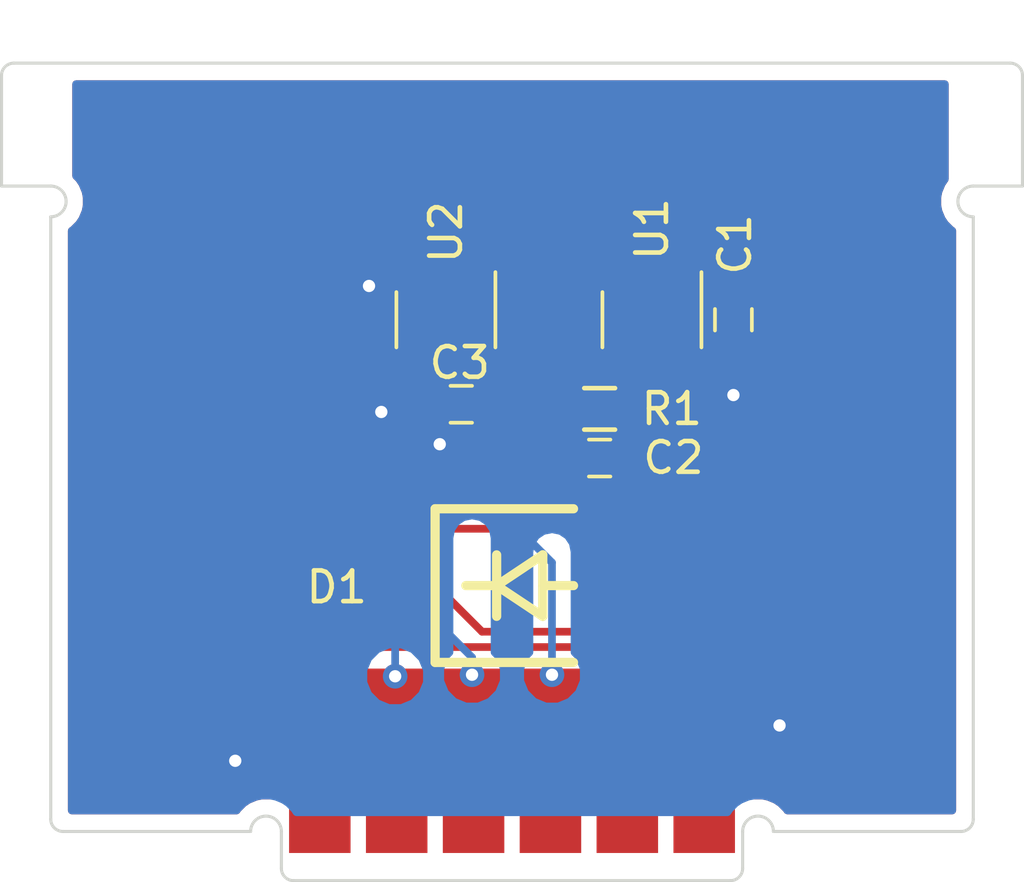
<source format=kicad_pcb>
(kicad_pcb (version 20170123) (host pcbnew "(2017-09-07 revision 3b08636)-master")

  (general
    (thickness 1.6)
    (drawings 26)
    (tracks 93)
    (zones 0)
    (modules 8)
    (nets 9)
  )

  (page A4)
  (layers
    (0 F.Cu signal)
    (31 B.Cu signal)
    (32 B.Adhes user)
    (33 F.Adhes user)
    (34 B.Paste user)
    (35 F.Paste user)
    (36 B.SilkS user)
    (37 F.SilkS user)
    (38 B.Mask user)
    (39 F.Mask user)
    (40 Dwgs.User user)
    (41 Cmts.User user)
    (42 Eco1.User user hide)
    (43 Eco2.User user)
    (44 Edge.Cuts user)
    (45 Margin user)
    (46 B.CrtYd user)
    (47 F.CrtYd user)
    (48 B.Fab user)
    (49 F.Fab user hide)
  )

  (setup
    (last_trace_width 0.25)
    (trace_clearance 0.2)
    (zone_clearance 0.508)
    (zone_45_only no)
    (trace_min 0.2)
    (segment_width 0.2)
    (edge_width 0.2)
    (via_size 0.8)
    (via_drill 0.4)
    (via_min_size 0.4)
    (via_min_drill 0.3)
    (uvia_size 0.3)
    (uvia_drill 0.1)
    (uvias_allowed no)
    (uvia_min_size 0.2)
    (uvia_min_drill 0.1)
    (pcb_text_width 0.3)
    (pcb_text_size 1.5 1.5)
    (mod_edge_width 0.15)
    (mod_text_size 1 1)
    (mod_text_width 0.15)
    (pad_size 1.524 1.524)
    (pad_drill 0.762)
    (pad_to_mask_clearance 0.2)
    (aux_axis_origin 143.4 67)
    (visible_elements FFFFEF7F)
    (pcbplotparams
      (layerselection 0x010f0_ffffffff)
      (usegerberextensions true)
      (usegerberattributes true)
      (usegerberadvancedattributes true)
      (creategerberjobfile true)
      (excludeedgelayer true)
      (linewidth 0.100000)
      (plotframeref false)
      (viasonmask false)
      (mode 1)
      (useauxorigin true)
      (hpglpennumber 1)
      (hpglpenspeed 20)
      (hpglpendiameter 15)
      (psnegative false)
      (psa4output false)
      (plotreference true)
      (plotvalue true)
      (plotinvisibletext false)
      (padsonsilk false)
      (subtractmaskfromsilk false)
      (outputformat 1)
      (mirror false)
      (drillshape 0)
      (scaleselection 1)
      (outputdirectory DI-Lambda-UNO-panel-Photodiode-v1.2-gerbers-2017nov27-2))
  )

  (net 0 "")
  (net 1 /VCC)
  (net 2 GND)
  (net 3 /SCL)
  (net 4 /SDA)
  (net 5 "Net-(J1-Pad5)")
  (net 6 "Net-(J1-Pad6)")
  (net 7 "Net-(C2-Pad1)")
  (net 8 "Net-(C2-Pad2)")

  (net_class Default "This is the default net class."
    (clearance 0.2)
    (trace_width 0.25)
    (via_dia 0.8)
    (via_drill 0.4)
    (uvia_dia 0.3)
    (uvia_drill 0.1)
    (add_net /SCL)
    (add_net /SDA)
    (add_net /VCC)
    (add_net GND)
    (add_net "Net-(C2-Pad1)")
    (add_net "Net-(C2-Pad2)")
    (add_net "Net-(J1-Pad5)")
    (add_net "Net-(J1-Pad6)")
  )

  (module Capacitors_SMD:C_0603 (layer F.Cu) (tedit 5415D631) (tstamp 5A3A6E67)
    (at 167.2 75.35 90)
    (descr "Capacitor SMD 0603, reflow soldering, AVX (see smccp.pdf)")
    (tags "capacitor 0603")
    (path /59A87334)
    (attr smd)
    (fp_text reference C1 (at 2.45 0.05 90) (layer F.SilkS)
      (effects (font (size 1 1) (thickness 0.15)))
    )
    (fp_text value "0.1uF 25v" (at 0 1.9 90) (layer F.Fab)
      (effects (font (size 1 1) (thickness 0.15)))
    )
    (fp_line (start 0.35 0.6) (end -0.35 0.6) (layer F.SilkS) (width 0.12))
    (fp_line (start -0.35 -0.6) (end 0.35 -0.6) (layer F.SilkS) (width 0.12))
    (fp_line (start 1.45 -0.75) (end 1.45 0.75) (layer F.CrtYd) (width 0.05))
    (fp_line (start -1.45 -0.75) (end -1.45 0.75) (layer F.CrtYd) (width 0.05))
    (fp_line (start -1.45 0.75) (end 1.45 0.75) (layer F.CrtYd) (width 0.05))
    (fp_line (start -1.45 -0.75) (end 1.45 -0.75) (layer F.CrtYd) (width 0.05))
    (fp_line (start -0.8 -0.4) (end 0.8 -0.4) (layer F.Fab) (width 0.1))
    (fp_line (start 0.8 -0.4) (end 0.8 0.4) (layer F.Fab) (width 0.1))
    (fp_line (start 0.8 0.4) (end -0.8 0.4) (layer F.Fab) (width 0.1))
    (fp_line (start -0.8 0.4) (end -0.8 -0.4) (layer F.Fab) (width 0.1))
    (pad 2 smd rect (at 0.75 0 90) (size 0.8 0.75) (layers F.Cu F.Paste F.Mask)
      (net 2 GND))
    (pad 1 smd rect (at -0.75 0 90) (size 0.8 0.75) (layers F.Cu F.Paste F.Mask)
      (net 1 /VCC))
    (model Capacitors_SMD.3dshapes/C_0603.wrl
      (at (xyz 0 0 0))
      (scale (xyz 1 1 1))
      (rotate (xyz 0 0 0))
    )
  )

  (module TO_SOT_Packages_SMD:SOT-23-5 (layer F.Cu) (tedit 5883B1A6) (tstamp 5A3221F5)
    (at 164.55 75.35 270)
    (descr "5-pin SOT23 package")
    (tags SOT-23-5)
    (path /5A1B3CB0)
    (attr smd)
    (fp_text reference U1 (at -2.95 0 270) (layer F.SilkS)
      (effects (font (size 1 1) (thickness 0.15)))
    )
    (fp_text value TP1271 (at 0 2.9 270) (layer F.Fab)
      (effects (font (size 1 1) (thickness 0.15)))
    )
    (fp_line (start 0.9 -1.55) (end 0.9 1.55) (layer F.Fab) (width 0.1))
    (fp_line (start 0.9 1.55) (end -0.9 1.55) (layer F.Fab) (width 0.1))
    (fp_line (start -0.9 -0.9) (end -0.9 1.55) (layer F.Fab) (width 0.1))
    (fp_line (start 0.9 -1.55) (end -0.25 -1.55) (layer F.Fab) (width 0.1))
    (fp_line (start -0.9 -0.9) (end -0.25 -1.55) (layer F.Fab) (width 0.1))
    (fp_line (start -1.9 1.8) (end -1.9 -1.8) (layer F.CrtYd) (width 0.05))
    (fp_line (start 1.9 1.8) (end -1.9 1.8) (layer F.CrtYd) (width 0.05))
    (fp_line (start 1.9 -1.8) (end 1.9 1.8) (layer F.CrtYd) (width 0.05))
    (fp_line (start -1.9 -1.8) (end 1.9 -1.8) (layer F.CrtYd) (width 0.05))
    (fp_line (start 0.9 -1.61) (end -1.55 -1.61) (layer F.SilkS) (width 0.12))
    (fp_line (start -0.9 1.61) (end 0.9 1.61) (layer F.SilkS) (width 0.12))
    (pad 5 smd rect (at 1.1 -0.95 270) (size 1.06 0.65) (layers F.Cu F.Paste F.Mask)
      (net 1 /VCC))
    (pad 4 smd rect (at 1.1 0.95 270) (size 1.06 0.65) (layers F.Cu F.Paste F.Mask)
      (net 8 "Net-(C2-Pad2)"))
    (pad 3 smd rect (at -1.1 0.95 270) (size 1.06 0.65) (layers F.Cu F.Paste F.Mask)
      (net 2 GND))
    (pad 2 smd rect (at -1.1 0 270) (size 1.06 0.65) (layers F.Cu F.Paste F.Mask)
      (net 2 GND))
    (pad 1 smd rect (at -1.1 -0.95 270) (size 1.06 0.65) (layers F.Cu F.Paste F.Mask)
      (net 7 "Net-(C2-Pad1)"))
    (model TO_SOT_Packages_SMD.3dshapes/SOT-23-5.wrl
      (at (xyz 0 0 0))
      (scale (xyz 1 1 1))
      (rotate (xyz 0 0 0))
    )
  )

  (module 2-SMD-Everlight-Photodiode:2-SMD-Everlight-Photodiode (layer F.Cu) (tedit 5A1B3976) (tstamp 5A3A6E9A)
    (at 160 84 180)
    (path /5A1B324B)
    (fp_text reference D1 (at 5.7 -0.05 180) (layer F.SilkS)
      (effects (font (size 1 1) (thickness 0.15)))
    )
    (fp_text value D_Photo (at 0 4.5 180) (layer F.Fab)
      (effects (font (size 1 1) (thickness 0.15)))
    )
    (fp_line (start -4.5 3) (end -4.5 -3) (layer F.CrtYd) (width 0.1))
    (fp_line (start 4.5 3) (end -4.5 3) (layer F.CrtYd) (width 0.1))
    (fp_line (start 4.5 -3) (end 4.5 3) (layer F.CrtYd) (width 0.1))
    (fp_line (start -4.5 -3) (end 4.5 -3) (layer F.CrtYd) (width 0.1))
    (fp_line (start 0.5 0) (end 1.5 0) (layer F.SilkS) (width 0.3))
    (fp_line (start -2 0) (end -1 0) (layer F.SilkS) (width 0.3))
    (fp_line (start 0.5 -1) (end 0.5 1) (layer F.SilkS) (width 0.3))
    (fp_line (start 0.5 0) (end -1 -1) (layer F.SilkS) (width 0.3))
    (fp_line (start -1 1) (end 0.5 0) (layer F.SilkS) (width 0.3))
    (fp_line (start -1 -1) (end -1 1) (layer F.SilkS) (width 0.3))
    (fp_line (start 2.5 2.5) (end -2 2.5) (layer F.SilkS) (width 0.3))
    (fp_line (start 2.5 -2.5) (end 2.5 2.5) (layer F.SilkS) (width 0.3))
    (fp_line (start -2 -2.5) (end 2.5 -2.5) (layer F.SilkS) (width 0.3))
    (pad 1 smd rect (at -3.6 0 180) (size 1.75 1.8) (layers F.Cu F.Paste F.Mask)
      (net 8 "Net-(C2-Pad2)"))
    (pad 2 smd rect (at 3.6 0 180) (size 1.75 1.8) (layers F.Cu F.Paste F.Mask)
      (net 2 GND))
  )

  (module Capacitors_SMD:C_0603 (layer F.Cu) (tedit 5415D631) (tstamp 5A3A6E87)
    (at 158.35 78.1)
    (descr "Capacitor SMD 0603, reflow soldering, AVX (see smccp.pdf)")
    (tags "capacitor 0603")
    (path /5A1B5D5F)
    (attr smd)
    (fp_text reference C3 (at -0.05 -1.35) (layer F.SilkS)
      (effects (font (size 1 1) (thickness 0.15)))
    )
    (fp_text value "0.1uF 25v" (at 0 1.9) (layer F.Fab)
      (effects (font (size 1 1) (thickness 0.15)))
    )
    (fp_line (start 0.35 0.6) (end -0.35 0.6) (layer F.SilkS) (width 0.12))
    (fp_line (start -0.35 -0.6) (end 0.35 -0.6) (layer F.SilkS) (width 0.12))
    (fp_line (start 1.45 -0.75) (end 1.45 0.75) (layer F.CrtYd) (width 0.05))
    (fp_line (start -1.45 -0.75) (end -1.45 0.75) (layer F.CrtYd) (width 0.05))
    (fp_line (start -1.45 0.75) (end 1.45 0.75) (layer F.CrtYd) (width 0.05))
    (fp_line (start -1.45 -0.75) (end 1.45 -0.75) (layer F.CrtYd) (width 0.05))
    (fp_line (start -0.8 -0.4) (end 0.8 -0.4) (layer F.Fab) (width 0.1))
    (fp_line (start 0.8 -0.4) (end 0.8 0.4) (layer F.Fab) (width 0.1))
    (fp_line (start 0.8 0.4) (end -0.8 0.4) (layer F.Fab) (width 0.1))
    (fp_line (start -0.8 0.4) (end -0.8 -0.4) (layer F.Fab) (width 0.1))
    (pad 2 smd rect (at 0.75 0) (size 0.8 0.75) (layers F.Cu F.Paste F.Mask)
      (net 2 GND))
    (pad 1 smd rect (at -0.75 0) (size 0.8 0.75) (layers F.Cu F.Paste F.Mask)
      (net 1 /VCC))
    (model Capacitors_SMD.3dshapes/C_0603.wrl
      (at (xyz 0 0 0))
      (scale (xyz 1 1 1))
      (rotate (xyz 0 0 0))
    )
  )

  (module Capacitors_SMD:C_0603 (layer F.Cu) (tedit 5415D631) (tstamp 5A3A6E77)
    (at 162.85 79.85)
    (descr "Capacitor SMD 0603, reflow soldering, AVX (see smccp.pdf)")
    (tags "capacitor 0603")
    (path /5A1B47F0)
    (attr smd)
    (fp_text reference C2 (at 2.4 -0.010055) (layer F.SilkS)
      (effects (font (size 1 1) (thickness 0.15)))
    )
    (fp_text value 10pf (at 0 1.9) (layer F.Fab)
      (effects (font (size 1 1) (thickness 0.15)))
    )
    (fp_line (start -0.8 0.4) (end -0.8 -0.4) (layer F.Fab) (width 0.1))
    (fp_line (start 0.8 0.4) (end -0.8 0.4) (layer F.Fab) (width 0.1))
    (fp_line (start 0.8 -0.4) (end 0.8 0.4) (layer F.Fab) (width 0.1))
    (fp_line (start -0.8 -0.4) (end 0.8 -0.4) (layer F.Fab) (width 0.1))
    (fp_line (start -1.45 -0.75) (end 1.45 -0.75) (layer F.CrtYd) (width 0.05))
    (fp_line (start -1.45 0.75) (end 1.45 0.75) (layer F.CrtYd) (width 0.05))
    (fp_line (start -1.45 -0.75) (end -1.45 0.75) (layer F.CrtYd) (width 0.05))
    (fp_line (start 1.45 -0.75) (end 1.45 0.75) (layer F.CrtYd) (width 0.05))
    (fp_line (start -0.35 -0.6) (end 0.35 -0.6) (layer F.SilkS) (width 0.12))
    (fp_line (start 0.35 0.6) (end -0.35 0.6) (layer F.SilkS) (width 0.12))
    (pad 1 smd rect (at -0.75 0) (size 0.8 0.75) (layers F.Cu F.Paste F.Mask)
      (net 7 "Net-(C2-Pad1)"))
    (pad 2 smd rect (at 0.75 0) (size 0.8 0.75) (layers F.Cu F.Paste F.Mask)
      (net 8 "Net-(C2-Pad2)"))
    (model Capacitors_SMD.3dshapes/C_0603.wrl
      (at (xyz 0 0 0))
      (scale (xyz 1 1 1))
      (rotate (xyz 0 0 0))
    )
  )

  (module Resistors_SMD:R_0603 (layer F.Cu) (tedit 58307A47) (tstamp 5A3A6E57)
    (at 162.85 78.25)
    (descr "Resistor SMD 0603, reflow soldering, Vishay (see dcrcw.pdf)")
    (tags "resistor 0603")
    (path /5A1B424F)
    (attr smd)
    (fp_text reference R1 (at 2.344593 0) (layer F.SilkS)
      (effects (font (size 1 1) (thickness 0.15)))
    )
    (fp_text value 1M (at 0 1.9) (layer F.Fab)
      (effects (font (size 1 1) (thickness 0.15)))
    )
    (fp_line (start -0.5 -0.675) (end 0.5 -0.675) (layer F.SilkS) (width 0.15))
    (fp_line (start 0.5 0.675) (end -0.5 0.675) (layer F.SilkS) (width 0.15))
    (fp_line (start 1.3 -0.8) (end 1.3 0.8) (layer F.CrtYd) (width 0.05))
    (fp_line (start -1.3 -0.8) (end -1.3 0.8) (layer F.CrtYd) (width 0.05))
    (fp_line (start -1.3 0.8) (end 1.3 0.8) (layer F.CrtYd) (width 0.05))
    (fp_line (start -1.3 -0.8) (end 1.3 -0.8) (layer F.CrtYd) (width 0.05))
    (fp_line (start -0.8 -0.4) (end 0.8 -0.4) (layer F.Fab) (width 0.1))
    (fp_line (start 0.8 -0.4) (end 0.8 0.4) (layer F.Fab) (width 0.1))
    (fp_line (start 0.8 0.4) (end -0.8 0.4) (layer F.Fab) (width 0.1))
    (fp_line (start -0.8 0.4) (end -0.8 -0.4) (layer F.Fab) (width 0.1))
    (pad 2 smd rect (at 0.75 0) (size 0.5 0.9) (layers F.Cu F.Paste F.Mask)
      (net 8 "Net-(C2-Pad2)"))
    (pad 1 smd rect (at -0.75 0) (size 0.5 0.9) (layers F.Cu F.Paste F.Mask)
      (net 7 "Net-(C2-Pad1)"))
    (model Resistors_SMD.3dshapes/R_0603.wrl
      (at (xyz 0 0 0))
      (scale (xyz 1 1 1))
      (rotate (xyz 0 0 0))
    )
  )

  (module TO_SOT_Packages_SMD:SOT-23-6 (layer F.Cu) (tedit 583F3A97) (tstamp 5A3A6E21)
    (at 157.85 75.35 270)
    (descr "6-pin SOT-23 package")
    (tags SOT-23-6)
    (path /5A1B0D56)
    (attr smd)
    (fp_text reference U2 (at -2.85 0 270) (layer F.SilkS)
      (effects (font (size 1 1) (thickness 0.15)))
    )
    (fp_text value MCP3421A0T-E/CH (at 0 2.9 270) (layer F.Fab)
      (effects (font (size 1 1) (thickness 0.15)))
    )
    (fp_line (start 0.9 -1.55) (end 0.9 1.55) (layer F.Fab) (width 0.1))
    (fp_line (start 0.9 1.55) (end -0.9 1.55) (layer F.Fab) (width 0.1))
    (fp_line (start -0.9 -0.9) (end -0.9 1.55) (layer F.Fab) (width 0.1))
    (fp_line (start 0.9 -1.55) (end -0.25 -1.55) (layer F.Fab) (width 0.1))
    (fp_line (start -0.9 -0.9) (end -0.25 -1.55) (layer F.Fab) (width 0.1))
    (fp_line (start -1.9 -1.8) (end -1.9 1.8) (layer F.CrtYd) (width 0.05))
    (fp_line (start -1.9 1.8) (end 1.9 1.8) (layer F.CrtYd) (width 0.05))
    (fp_line (start 1.9 1.8) (end 1.9 -1.8) (layer F.CrtYd) (width 0.05))
    (fp_line (start 1.9 -1.8) (end -1.9 -1.8) (layer F.CrtYd) (width 0.05))
    (fp_line (start 0.9 -1.61) (end -1.55 -1.61) (layer F.SilkS) (width 0.12))
    (fp_line (start -0.9 1.61) (end 0.9 1.61) (layer F.SilkS) (width 0.12))
    (pad 5 smd rect (at 1.1 0 270) (size 1.06 0.65) (layers F.Cu F.Paste F.Mask)
      (net 1 /VCC))
    (pad 6 smd rect (at 1.1 -0.95 270) (size 1.06 0.65) (layers F.Cu F.Paste F.Mask)
      (net 2 GND))
    (pad 4 smd rect (at 1.1 0.95 270) (size 1.06 0.65) (layers F.Cu F.Paste F.Mask)
      (net 4 /SDA))
    (pad 3 smd rect (at -1.1 0.95 270) (size 1.06 0.65) (layers F.Cu F.Paste F.Mask)
      (net 3 /SCL))
    (pad 2 smd rect (at -1.1 0 270) (size 1.06 0.65) (layers F.Cu F.Paste F.Mask)
      (net 2 GND))
    (pad 1 smd rect (at -1.1 -0.95 270) (size 1.06 0.65) (layers F.Cu F.Paste F.Mask)
      (net 7 "Net-(C2-Pad1)"))
    (model TO_SOT_Packages_SMD.3dshapes/SOT-23-6.wrl
      (at (xyz 0 0 0))
      (scale (xyz 1 1 1))
      (rotate (xyz 0 0 0))
    )
  )

  (module Spring-contact-connector-2:Contact-2.5x6 (layer F.Cu) (tedit 59ED5B97) (tstamp 59FD5CD9)
    (at 160 90.7)
    (path /59A86E68)
    (fp_text reference J1 (at -0.6 0.1) (layer F.SilkS) hide
      (effects (font (size 1 1) (thickness 0.15)))
    )
    (fp_text value Conn_01X06 (at 0 1.5) (layer F.Fab)
      (effects (font (size 1 1) (thickness 0.15)))
    )
    (pad 6 smd rect (at 6.25 -1) (size 2 6) (layers F.Cu F.Paste F.Mask)
      (net 6 "Net-(J1-Pad6)"))
    (pad 5 smd rect (at 3.75 -1) (size 2 6) (layers F.Cu F.Paste F.Mask)
      (net 5 "Net-(J1-Pad5)"))
    (pad 4 smd rect (at 1.25 -1) (size 2 6) (layers F.Cu F.Paste F.Mask)
      (net 1 /VCC))
    (pad 3 smd rect (at -1.25 -1) (size 2 6) (layers F.Cu F.Paste F.Mask)
      (net 3 /SCL))
    (pad 2 smd rect (at -3.75 -1) (size 2 6) (layers F.Cu F.Paste F.Mask)
      (net 4 /SDA))
    (pad 1 smd rect (at -6.25 -1) (size 2 6) (layers F.Cu F.Paste F.Mask)
      (net 2 GND))
  )

  (gr_text "DI-Lambda UNO v1.2" (at 159.45 66.35) (layer F.Mask)
    (effects (font (size 1.5 1.5) (thickness 0.3)))
  )
  (dimension 4 (width 0.3) (layer Eco1.User)
    (gr_text "4.000 mm" (at 168.75 90 90) (layer Eco1.User) (tstamp 5A322831)
      (effects (font (size 1.5 1.5) (thickness 0.3)))
    )
    (feature1 (pts (xy 151.7 88) (xy 170.1 88)))
    (feature2 (pts (xy 151.7 92) (xy 170.1 92)))
    (crossbar (pts (xy 167.4 92) (xy 167.4 88)))
    (arrow1a (pts (xy 167.4 88) (xy 167.986421 89.126504)))
    (arrow1b (pts (xy 167.4 88) (xy 166.813579 89.126504)))
    (arrow2a (pts (xy 167.4 92) (xy 167.986421 90.873496)))
    (arrow2b (pts (xy 167.4 92) (xy 166.813579 90.873496)))
  )
  (dimension 8 (width 0.3) (layer Eco1.User)
    (gr_text "8.000 mm" (at 166.05 88 90) (layer Eco1.User) (tstamp 5A322832)
      (effects (font (size 1.5 1.5) (thickness 0.3)))
    )
    (feature1 (pts (xy 151.7 84) (xy 167.4 84)))
    (feature2 (pts (xy 151.7 92) (xy 167.4 92)))
    (crossbar (pts (xy 164.7 92) (xy 164.7 84)))
    (arrow1a (pts (xy 164.7 84) (xy 165.286421 85.126504)))
    (arrow1b (pts (xy 164.7 84) (xy 164.113579 85.126504)))
    (arrow2a (pts (xy 164.7 92) (xy 165.286421 90.873496)))
    (arrow2b (pts (xy 164.7 92) (xy 164.113579 90.873496)))
  )
  (dimension 7.5 (width 0.3) (layer Eco1.User)
    (gr_text "7.500 mm" (at 156.25 77.55) (layer Eco1.User) (tstamp 5A322833)
      (effects (font (size 1.5 1.5) (thickness 0.3)))
    )
    (feature1 (pts (xy 160 92.1) (xy 160 76.2)))
    (feature2 (pts (xy 152.5 92.1) (xy 152.5 76.2)))
    (crossbar (pts (xy 152.5 78.9) (xy 160 78.9)))
    (arrow1a (pts (xy 160 78.9) (xy 158.873496 79.486421)))
    (arrow1b (pts (xy 160 78.9) (xy 158.873496 78.313579)))
    (arrow2a (pts (xy 152.5 78.9) (xy 153.626504 79.486421)))
    (arrow2b (pts (xy 152.5 78.9) (xy 153.626504 78.313579)))
  )
  (gr_arc (start 175 71.5) (end 175 72) (angle 180) (layer Edge.Cuts) (width 0.1) (tstamp 599B4199))
  (gr_arc (start 145 71.5) (end 145 71) (angle 180) (layer Edge.Cuts) (width 0.1) (tstamp 599B4195))
  (gr_arc (start 176.2 67.4) (end 176.2 67) (angle 90) (layer Edge.Cuts) (width 0.1) (tstamp 599B4161))
  (gr_arc (start 143.8 67.4) (end 143.4 67.4) (angle 90) (layer Edge.Cuts) (width 0.1) (tstamp 599B362C))
  (gr_arc (start 174.6 91.6) (end 175 91.6) (angle 90) (layer Edge.Cuts) (width 0.1) (tstamp 599B361A))
  (gr_arc (start 145.4 91.6) (end 145.4 92) (angle 90) (layer Edge.Cuts) (width 0.1) (tstamp 599B360F))
  (gr_arc (start 167.1 93.2) (end 167.5 93.2) (angle 90) (layer Edge.Cuts) (width 0.1) (tstamp 599B3600))
  (gr_arc (start 152.9 93.2) (end 152.9 93.6) (angle 90) (layer Edge.Cuts) (width 0.1) (tstamp 599B35F4))
  (gr_arc (start 168 92) (end 167.5 92) (angle 180) (layer Edge.Cuts) (width 0.1) (tstamp 599B35E7))
  (gr_arc (start 152 92) (end 151.5 92) (angle 180) (layer Edge.Cuts) (width 0.1) (tstamp 599B35D7))
  (gr_line (start 175 91.6) (end 175 72) (layer Edge.Cuts) (width 0.1))
  (gr_line (start 176.2 67) (end 143.8 67) (layer Edge.Cuts) (width 0.1))
  (gr_line (start 175 71) (end 176.6 71) (layer Edge.Cuts) (width 0.1))
  (gr_line (start 145 91.6) (end 145 72) (layer Edge.Cuts) (width 0.1))
  (gr_line (start 174.6 92) (end 168.5 92) (layer Edge.Cuts) (width 0.1))
  (gr_line (start 176.6 67.4) (end 176.6 71) (layer Edge.Cuts) (width 0.1))
  (gr_line (start 167.5 93.2) (end 167.5 92) (layer Edge.Cuts) (width 0.1))
  (gr_line (start 152.9 93.6) (end 167.1 93.6) (layer Edge.Cuts) (width 0.1))
  (gr_line (start 143.4 71) (end 143.4 67.4) (layer Edge.Cuts) (width 0.1))
  (gr_line (start 145 71) (end 143.4 71) (layer Edge.Cuts) (width 0.1))
  (gr_line (start 152.5 92) (end 152.5 93.2) (layer Edge.Cuts) (width 0.1))
  (gr_line (start 145.4 92) (end 151.5 92) (layer Edge.Cuts) (width 0.1))

  (segment (start 167.2 77.8) (end 167.2 76.1) (width 0.25) (layer F.Cu) (net 1))
  (segment (start 157.65 79.4) (end 165.6 79.4) (width 0.25) (layer B.Cu) (net 1))
  (segment (start 165.6 79.4) (end 167.2 77.8) (width 0.25) (layer B.Cu) (net 1))
  (via (at 167.2 77.8) (size 0.8) (drill 0.4) (layers F.Cu B.Cu) (net 1))
  (segment (start 157.65 79.4) (end 157.65 79.6) (width 0.25) (layer B.Cu) (net 1))
  (segment (start 157.65 79.6) (end 161.3 83.25) (width 0.25) (layer B.Cu) (net 1))
  (segment (start 161.3 83.25) (end 161.3 86.9) (width 0.25) (layer B.Cu) (net 1))
  (segment (start 157.65 79.4) (end 157.65 78.15) (width 0.25) (layer F.Cu) (net 1))
  (segment (start 157.65 78.15) (end 157.6 78.1) (width 0.25) (layer F.Cu) (net 1))
  (via (at 157.65 79.4) (size 0.8) (drill 0.4) (layers F.Cu B.Cu) (net 1))
  (segment (start 157.6 78.1) (end 157.6 77.5) (width 0.25) (layer F.Cu) (net 1))
  (segment (start 157.6 77.5) (end 157.85 77.25) (width 0.25) (layer F.Cu) (net 1))
  (segment (start 157.85 77.25) (end 157.85 76.45) (width 0.25) (layer F.Cu) (net 1))
  (segment (start 167.2 76.1) (end 165.85 76.1) (width 0.25) (layer F.Cu) (net 1))
  (segment (start 165.85 76.1) (end 165.5 76.45) (width 0.25) (layer F.Cu) (net 1))
  (via (at 161.3 86.9) (size 0.8) (drill 0.4) (layers F.Cu B.Cu) (net 1))
  (segment (start 158.8 76.45) (end 158.8 77.8) (width 0.25) (layer F.Cu) (net 2))
  (segment (start 158.8 77.8) (end 159.1 78.1) (width 0.25) (layer F.Cu) (net 2))
  (segment (start 158.8 76.45) (end 158.8 75.67) (width 0.25) (layer F.Cu) (net 2))
  (segment (start 158.8 75.67) (end 157.85 74.72) (width 0.25) (layer F.Cu) (net 2))
  (segment (start 157.85 74.72) (end 157.85 74.25) (width 0.25) (layer F.Cu) (net 2))
  (segment (start 163.6 74.25) (end 163.025 74.25) (width 0.25) (layer F.Cu) (net 2))
  (segment (start 163.025 74.25) (end 162.85 74.425) (width 0.25) (layer F.Cu) (net 2))
  (segment (start 162.85 80.95) (end 161.65 82.15) (width 0.25) (layer F.Cu) (net 2))
  (segment (start 155.4 86) (end 165 86) (width 0.25) (layer F.Cu) (net 2))
  (segment (start 165.75 85.25) (end 165.75 78.3) (width 0.25) (layer F.Cu) (net 2))
  (segment (start 162.85 74.425) (end 162.85 80.95) (width 0.2) (layer F.Cu) (net 2))
  (segment (start 161.65 82.15) (end 154.95 82.15) (width 0.25) (layer F.Cu) (net 2))
  (segment (start 154.95 82.15) (end 154.2 82.9) (width 0.25) (layer F.Cu) (net 2))
  (segment (start 154.2 84.8) (end 155.4 86) (width 0.25) (layer F.Cu) (net 2))
  (segment (start 154.2 82.9) (end 154.2 84.8) (width 0.25) (layer F.Cu) (net 2))
  (segment (start 165 86) (end 165.75 85.25) (width 0.25) (layer F.Cu) (net 2))
  (segment (start 165.75 78.3) (end 164.8 77.35) (width 0.25) (layer F.Cu) (net 2))
  (segment (start 164.8 77.35) (end 164.8 74.95) (width 0.25) (layer F.Cu) (net 2))
  (segment (start 164.25 75.4) (end 164.55 75.1) (width 0.25) (layer F.Cu) (net 2))
  (segment (start 164.55 75.1) (end 164.55 74.25) (width 0.25) (layer F.Cu) (net 2))
  (segment (start 156.4 84) (end 157.525 84) (width 0.25) (layer F.Cu) (net 2))
  (segment (start 157.525 84) (end 159.025 85.5) (width 0.25) (layer F.Cu) (net 2))
  (segment (start 165.15 78.8) (end 164.25 77.9) (width 0.25) (layer F.Cu) (net 2))
  (segment (start 159.025 85.5) (end 164.6 85.5) (width 0.25) (layer F.Cu) (net 2))
  (segment (start 164.6 85.5) (end 165.15 84.95) (width 0.25) (layer F.Cu) (net 2))
  (segment (start 165.15 84.95) (end 165.15 78.8) (width 0.25) (layer F.Cu) (net 2))
  (segment (start 164.25 77.9) (end 164.25 75.4) (width 0.25) (layer F.Cu) (net 2))
  (segment (start 164.55 74.7) (end 164.55 74.25) (width 0.25) (layer F.Cu) (net 2))
  (segment (start 164.55 74.25) (end 164.55 74.75) (width 0.25) (layer F.Cu) (net 2))
  (segment (start 164.55 74.75) (end 165.05 75.25) (width 0.25) (layer F.Cu) (net 2))
  (segment (start 165.05 75.25) (end 166.25 75.25) (width 0.25) (layer F.Cu) (net 2))
  (segment (start 166.25 75.25) (end 166.9 74.6) (width 0.25) (layer F.Cu) (net 2))
  (segment (start 166.9 74.6) (end 167.2 74.6) (width 0.25) (layer F.Cu) (net 2))
  (segment (start 163.6 74.25) (end 164.55 74.25) (width 0.25) (layer F.Cu) (net 2))
  (segment (start 166.849998 90.400002) (end 168.300001 88.949999) (width 0.2) (layer B.Cu) (net 2))
  (segment (start 151 89.7) (end 151.700002 90.400002) (width 0.2) (layer B.Cu) (net 2))
  (segment (start 168.300001 88.949999) (end 168.7 88.55) (width 0.2) (layer B.Cu) (net 2))
  (segment (start 151.700002 90.400002) (end 166.849998 90.400002) (width 0.2) (layer B.Cu) (net 2))
  (via (at 168.7 88.55) (size 0.8) (drill 0.4) (layers F.Cu B.Cu) (net 2))
  (segment (start 155.35 74.25) (end 156.9 74.25) (width 0.25) (layer F.Cu) (net 3))
  (segment (start 156.8 75.9) (end 155.35 74.45) (width 0.25) (layer B.Cu) (net 3))
  (segment (start 155.35 74.45) (end 155.35 74.25) (width 0.25) (layer B.Cu) (net 3))
  (via (at 155.35 74.25) (size 0.8) (drill 0.4) (layers F.Cu B.Cu) (net 3))
  (segment (start 156.8 84.434321) (end 156.8 75.9) (width 0.25) (layer B.Cu) (net 3))
  (segment (start 158.7 86.900006) (end 158.7 86.334321) (width 0.25) (layer B.Cu) (net 3))
  (segment (start 158.7 86.334321) (end 156.8 84.434321) (width 0.25) (layer B.Cu) (net 3))
  (segment (start 155.75 78.35) (end 155.75 77.025) (width 0.25) (layer F.Cu) (net 4))
  (segment (start 155.75 77.025) (end 156.325 76.45) (width 0.25) (layer F.Cu) (net 4))
  (segment (start 156.325 76.45) (end 156.9 76.45) (width 0.25) (layer F.Cu) (net 4))
  (segment (start 156.2 86.95) (end 156.2 78.8) (width 0.25) (layer B.Cu) (net 4))
  (via (at 155.75 78.35) (size 0.8) (drill 0.4) (layers F.Cu B.Cu) (net 4))
  (segment (start 156.2 78.8) (end 155.75 78.35) (width 0.25) (layer B.Cu) (net 4))
  (segment (start 165.2 72.55) (end 162.1 72.55) (width 0.25) (layer F.Cu) (net 7))
  (segment (start 162.1 72.55) (end 159.4 72.55) (width 0.25) (layer F.Cu) (net 7))
  (segment (start 162.1 78.25) (end 162.1 77.55) (width 0.25) (layer F.Cu) (net 7))
  (segment (start 162.1 77.55) (end 162.1 72.55) (width 0.25) (layer F.Cu) (net 7))
  (segment (start 165.5 74.25) (end 165.5 72.85) (width 0.25) (layer F.Cu) (net 7))
  (segment (start 165.5 72.85) (end 165.2 72.55) (width 0.25) (layer F.Cu) (net 7))
  (segment (start 159.4 72.55) (end 158.8 73.15) (width 0.25) (layer F.Cu) (net 7))
  (segment (start 158.8 73.15) (end 158.8 74.25) (width 0.25) (layer F.Cu) (net 7))
  (segment (start 162.1 79.85) (end 162.1 78.25) (width 0.25) (layer F.Cu) (net 7))
  (segment (start 163.6 76.45) (end 163.6 78.25) (width 0.25) (layer F.Cu) (net 8))
  (segment (start 163.6 78.25) (end 163.6 79.85) (width 0.25) (layer F.Cu) (net 8))
  (segment (start 163.6 84) (end 163.6 82.85) (width 0.25) (layer F.Cu) (net 8))
  (segment (start 163.6 82.85) (end 163.6 79.85) (width 0.25) (layer F.Cu) (net 8))
  (segment (start 163.6 84) (end 163.6 84.025) (width 0.2) (layer F.Cu) (net 8))
  (segment (start 163.6 84) (end 163.6 83.975) (width 0.2) (layer F.Cu) (net 8))
  (segment (start 153.75 89.7) (end 151 89.7) (width 0.2) (layer F.Cu) (net 2))
  (via (at 151 89.7) (size 0.8) (drill 0.4) (layers F.Cu B.Cu) (net 2))
  (segment (start 158.7 87.65) (end 158.7 87.465691) (width 0.2) (layer F.Cu) (net 3))
  (segment (start 158.75 87.7) (end 158.7 87.65) (width 0.2) (layer F.Cu) (net 3))
  (segment (start 158.7 87.465691) (end 158.7 86.900006) (width 0.2) (layer F.Cu) (net 3))
  (via (at 158.7 86.900006) (size 0.8) (drill 0.4) (layers F.Cu B.Cu) (net 3))
  (segment (start 156.2 87.515685) (end 156.2 86.95) (width 0.2) (layer F.Cu) (net 4))
  (segment (start 156.25 87.7) (end 156.2 87.65) (width 0.2) (layer F.Cu) (net 4))
  (segment (start 156.2 87.65) (end 156.2 87.515685) (width 0.2) (layer F.Cu) (net 4))
  (via (at 156.2 86.95) (size 0.8) (drill 0.4) (layers F.Cu B.Cu) (net 4))

  (zone (net 2) (net_name GND) (layer F.Cu) (tstamp 0) (hatch edge 0.508)
    (connect_pads (clearance 0.508))
    (min_thickness 0.254)
    (fill yes (arc_segments 16) (thermal_gap 0.508) (thermal_bridge_width 0.508))
    (polygon
      (pts
        (xy 145.7 66.5) (xy 174.2 66.5) (xy 174.2 71.5) (xy 175.2 71.5) (xy 175.2 92.15)
        (xy 167.95 92) (xy 167.95 91.5) (xy 151.95 91.5) (xy 151.95 92.25) (xy 144.6 92.35)
        (xy 144.7 71.5) (xy 145.7 71.5)
      )
    )
    (filled_polygon
      (pts
        (xy 174.073 70.771704) (xy 173.968505 70.92809) (xy 173.968505 70.928091) (xy 173.968503 70.928093) (xy 173.930639 71.019505)
        (xy 173.866223 71.175018) (xy 173.866223 71.17502) (xy 173.866222 71.175022) (xy 173.828162 71.366364) (xy 173.828162 71.633636)
        (xy 173.866222 71.824978) (xy 173.866223 71.82498) (xy 173.866223 71.824982) (xy 173.913729 71.939671) (xy 173.968503 72.071907)
        (xy 173.968504 72.071908) (xy 173.968505 72.07191) (xy 174.076892 72.234121) (xy 174.155371 72.312599) (xy 174.265879 72.423108)
        (xy 174.315 72.45593) (xy 174.315 91.315) (xy 168.95593 91.315) (xy 168.923108 91.265879) (xy 168.794047 91.136819)
        (xy 168.734121 91.076892) (xy 168.57191 90.968505) (xy 168.571908 90.968504) (xy 168.571907 90.968503) (xy 168.439671 90.913729)
        (xy 168.324982 90.866223) (xy 168.32498 90.866223) (xy 168.324978 90.866222) (xy 168.133636 90.828162) (xy 167.89744 90.828162)
        (xy 167.89744 86.7) (xy 167.848157 86.452235) (xy 167.707809 86.242191) (xy 167.497765 86.101843) (xy 167.25 86.05256)
        (xy 165.777046 86.05256) (xy 166.439803 85.389803) (xy 166.467333 85.348601) (xy 166.477 85.3) (xy 166.477 77.031182)
        (xy 166.577235 77.098157) (xy 166.825 77.14744) (xy 167.575 77.14744) (xy 167.822765 77.098157) (xy 168.032809 76.957809)
        (xy 168.173157 76.747765) (xy 168.22244 76.5) (xy 168.22244 75.7) (xy 168.173157 75.452235) (xy 168.112127 75.360898)
        (xy 168.113327 75.359698) (xy 168.21 75.126309) (xy 168.21 74.88575) (xy 168.05125 74.727) (xy 167.327 74.727)
        (xy 167.327 74.747) (xy 167.073 74.747) (xy 167.073 74.727) (xy 167.053 74.727) (xy 167.053 74.473)
        (xy 167.073 74.473) (xy 167.073 73.72375) (xy 167.327 73.72375) (xy 167.327 74.473) (xy 168.05125 74.473)
        (xy 168.21 74.31425) (xy 168.21 74.073691) (xy 168.113327 73.840302) (xy 167.934699 73.661673) (xy 167.70131 73.565)
        (xy 167.48575 73.565) (xy 167.327 73.72375) (xy 167.073 73.72375) (xy 166.91425 73.565) (xy 166.69869 73.565)
        (xy 166.477 73.656827) (xy 166.477 73.5) (xy 166.467333 73.451399) (xy 166.439803 73.410197) (xy 166.398601 73.382667)
        (xy 166.3579 73.374571) (xy 166.282809 73.262191) (xy 166.26 73.24695) (xy 166.26 72.85) (xy 166.202148 72.559161)
        (xy 166.037401 72.312599) (xy 165.737401 72.012599) (xy 165.490839 71.847852) (xy 165.2 71.79) (xy 159.4 71.79)
        (xy 159.109161 71.847852) (xy 158.862599 72.012599) (xy 158.262599 72.612599) (xy 158.097852 72.859161) (xy 158.04 73.15)
        (xy 158.04 73.18075) (xy 157.977 73.24375) (xy 157.977 73.322341) (xy 157.876843 73.472235) (xy 157.85 73.607185)
        (xy 157.823157 73.472235) (xy 157.723 73.322341) (xy 157.723 73.24375) (xy 157.56425 73.085) (xy 157.39869 73.085)
        (xy 157.362631 73.099936) (xy 157.225 73.07256) (xy 156.575 73.07256) (xy 156.327235 73.121843) (xy 156.117191 73.262191)
        (xy 155.976843 73.472235) (xy 155.92756 73.72) (xy 155.92756 74.78) (xy 155.976843 75.027765) (xy 156.117191 75.237809)
        (xy 156.285095 75.35) (xy 156.117191 75.462191) (xy 155.976843 75.672235) (xy 155.92756 75.92) (xy 155.92756 76.98)
        (xy 155.976843 77.227765) (xy 156.117191 77.437809) (xy 156.327235 77.578157) (xy 156.575 77.62744) (xy 157.225 77.62744)
        (xy 157.375 77.597603) (xy 157.525 77.62744) (xy 158.175 77.62744) (xy 158.312631 77.600064) (xy 158.34869 77.615)
        (xy 158.51425 77.615) (xy 158.673 77.45625) (xy 158.673 77.377659) (xy 158.773157 77.227765) (xy 158.82244 76.98)
        (xy 158.82244 76.577) (xy 158.927 76.577) (xy 158.927 77.45625) (xy 159.08575 77.615) (xy 159.25131 77.615)
        (xy 159.484699 77.518327) (xy 159.663327 77.339698) (xy 159.76 77.106309) (xy 159.76 76.73575) (xy 159.60125 76.577)
        (xy 158.927 76.577) (xy 158.82244 76.577) (xy 158.82244 76.303) (xy 158.927 76.303) (xy 158.927 76.323)
        (xy 159.60125 76.323) (xy 159.76 76.16425) (xy 159.76 75.793691) (xy 159.663327 75.560302) (xy 159.484699 75.381673)
        (xy 159.412352 75.351706) (xy 159.582809 75.237809) (xy 159.723157 75.027765) (xy 159.77244 74.78) (xy 159.77244 73.72)
        (xy 159.723157 73.472235) (xy 159.654828 73.369974) (xy 159.714802 73.31) (xy 161.34 73.31) (xy 161.34 77.4203)
        (xy 161.251843 77.552235) (xy 161.20256 77.8) (xy 161.20256 78.7) (xy 161.251843 78.947765) (xy 161.280935 78.991303)
        (xy 161.242191 79.017191) (xy 161.101843 79.227235) (xy 161.05256 79.475) (xy 161.05256 80.225) (xy 161.101843 80.472765)
        (xy 161.242191 80.682809) (xy 161.452235 80.823157) (xy 161.7 80.87244) (xy 162.097954 80.87244) (xy 161.397394 81.573)
        (xy 154.7 81.573) (xy 154.651399 81.582667) (xy 154.610197 81.610197) (xy 153.610197 82.610197) (xy 153.582667 82.651399)
        (xy 153.573 82.7) (xy 153.573 85) (xy 153.582667 85.048601) (xy 153.610197 85.089803) (xy 154.585394 86.065)
        (xy 154.03575 86.065) (xy 153.877 86.22375) (xy 153.877 89.573) (xy 153.897 89.573) (xy 153.897 89.827)
        (xy 153.877 89.827) (xy 153.877 89.847) (xy 153.623 89.847) (xy 153.623 89.827) (xy 152.27375 89.827)
        (xy 152.115 89.98575) (xy 152.115 90.828162) (xy 151.866365 90.828162) (xy 151.675022 90.866222) (xy 151.67502 90.866223)
        (xy 151.675018 90.866223) (xy 151.560329 90.913729) (xy 151.428093 90.968503) (xy 151.428092 90.968504) (xy 151.42809 90.968505)
        (xy 151.265879 91.076892) (xy 151.205953 91.136819) (xy 151.076892 91.265879) (xy 151.04407 91.315) (xy 145.685 91.315)
        (xy 145.685 86.57369) (xy 152.115 86.57369) (xy 152.115 89.41425) (xy 152.27375 89.573) (xy 153.623 89.573)
        (xy 153.623 86.22375) (xy 153.46425 86.065) (xy 152.623691 86.065) (xy 152.390302 86.161673) (xy 152.211673 86.340301)
        (xy 152.115 86.57369) (xy 145.685 86.57369) (xy 145.685 72.45593) (xy 145.734121 72.423108) (xy 145.844629 72.312599)
        (xy 145.923108 72.234121) (xy 146.031495 72.07191) (xy 146.031496 72.071908) (xy 146.031497 72.071907) (xy 146.086271 71.939671)
        (xy 146.133777 71.824982) (xy 146.133777 71.82498) (xy 146.133778 71.824978) (xy 146.171838 71.633635) (xy 146.171838 71.366365)
        (xy 146.133778 71.175022) (xy 146.133777 71.17502) (xy 146.133777 71.175018) (xy 146.069361 71.019505) (xy 146.031497 70.928093)
        (xy 146.031495 70.928091) (xy 146.031495 70.92809) (xy 145.923108 70.765879) (xy 145.827 70.669772) (xy 145.827 69.48575)
        (xy 150.965 69.48575) (xy 150.965 69.70131) (xy 151.061673 69.934699) (xy 151.240302 70.113327) (xy 151.473691 70.21)
        (xy 151.71425 70.21) (xy 151.873 70.05125) (xy 151.873 69.327) (xy 151.12375 69.327) (xy 150.965 69.48575)
        (xy 145.827 69.48575) (xy 145.827 68.69869) (xy 150.965 68.69869) (xy 150.965 68.91425) (xy 151.12375 69.073)
        (xy 151.873 69.073) (xy 151.873 68.34875) (xy 152.127 68.34875) (xy 152.127 69.073) (xy 152.147 69.073)
        (xy 152.147 69.327) (xy 152.127 69.327) (xy 152.127 70.05125) (xy 152.28575 70.21) (xy 152.526309 70.21)
        (xy 152.759698 70.113327) (xy 152.760898 70.112127) (xy 152.852235 70.173157) (xy 153.1 70.22244) (xy 153.9 70.22244)
        (xy 154.147765 70.173157) (xy 154.357809 70.032809) (xy 154.498157 69.822765) (xy 154.54744 69.575) (xy 154.54744 68.825)
        (xy 154.498157 68.577235) (xy 154.357809 68.367191) (xy 154.147765 68.226843) (xy 153.9 68.17756) (xy 153.1 68.17756)
        (xy 152.852235 68.226843) (xy 152.760898 68.287873) (xy 152.759698 68.286673) (xy 152.526309 68.19) (xy 152.28575 68.19)
        (xy 152.127 68.34875) (xy 151.873 68.34875) (xy 151.71425 68.19) (xy 151.473691 68.19) (xy 151.240302 68.286673)
        (xy 151.061673 68.465301) (xy 150.965 68.69869) (xy 145.827 68.69869) (xy 145.827 67.685) (xy 174.073 67.685)
      )
    )
  )
  (zone (net 2) (net_name GND) (layer B.Cu) (tstamp 5A1AF2DC) (hatch edge 0.508)
    (connect_pads (clearance 0.508))
    (min_thickness 0.254)
    (fill yes (arc_segments 16) (thermal_gap 0.508) (thermal_bridge_width 0.508))
    (polygon
      (pts
        (xy 145.7 66.5) (xy 174.2 66.5) (xy 174.2 71.5) (xy 175.2 71.5) (xy 175.2 92.15)
        (xy 167.95 92) (xy 167.95 91.5) (xy 151.95 91.5) (xy 151.95 92.25) (xy 144.6 92.35)
        (xy 144.7 71.5) (xy 145.7 71.5)
      )
    )
    (filled_polygon
      (pts
        (xy 174.073 70.771704) (xy 173.968505 70.92809) (xy 173.968505 70.928091) (xy 173.968503 70.928093) (xy 173.930639 71.019505)
        (xy 173.866223 71.175018) (xy 173.866223 71.17502) (xy 173.866222 71.175022) (xy 173.828162 71.366364) (xy 173.828162 71.633636)
        (xy 173.866222 71.824978) (xy 173.866223 71.82498) (xy 173.866223 71.824982) (xy 173.913729 71.939671) (xy 173.968503 72.071907)
        (xy 173.968504 72.071908) (xy 173.968505 72.07191) (xy 174.076892 72.234121) (xy 174.171386 72.328614) (xy 174.265879 72.423108)
        (xy 174.315 72.45593) (xy 174.315 91.315) (xy 168.95593 91.315) (xy 168.923108 91.265879) (xy 168.794047 91.136819)
        (xy 168.734121 91.076892) (xy 168.57191 90.968505) (xy 168.571908 90.968504) (xy 168.571907 90.968503) (xy 168.439671 90.913729)
        (xy 168.324982 90.866223) (xy 168.32498 90.866223) (xy 168.324978 90.866222) (xy 168.133636 90.828162) (xy 167.866365 90.828162)
        (xy 167.675022 90.866222) (xy 167.67502 90.866223) (xy 167.675018 90.866223) (xy 167.560329 90.913729) (xy 167.428093 90.968503)
        (xy 167.428092 90.968504) (xy 167.42809 90.968505) (xy 167.265879 91.076892) (xy 167.205953 91.136819) (xy 167.076892 91.265879)
        (xy 167.005315 91.373) (xy 152.994685 91.373) (xy 152.923108 91.265879) (xy 152.794047 91.136819) (xy 152.734121 91.076892)
        (xy 152.57191 90.968505) (xy 152.571908 90.968504) (xy 152.571907 90.968503) (xy 152.439671 90.913729) (xy 152.324982 90.866223)
        (xy 152.32498 90.866223) (xy 152.324978 90.866222) (xy 152.133636 90.828162) (xy 151.866365 90.828162) (xy 151.675022 90.866222)
        (xy 151.67502 90.866223) (xy 151.675018 90.866223) (xy 151.560329 90.913729) (xy 151.428093 90.968503) (xy 151.428092 90.968504)
        (xy 151.42809 90.968505) (xy 151.265879 91.076892) (xy 151.205953 91.136819) (xy 151.076892 91.265879) (xy 151.04407 91.315)
        (xy 145.685 91.315) (xy 145.685 87.154971) (xy 155.164821 87.154971) (xy 155.322058 87.535515) (xy 155.612954 87.826919)
        (xy 155.993223 87.98482) (xy 156.404971 87.985179) (xy 156.785515 87.827942) (xy 157.076919 87.537046) (xy 157.23482 87.156777)
        (xy 157.234865 87.104977) (xy 157.664821 87.104977) (xy 157.822058 87.485521) (xy 158.112954 87.776925) (xy 158.493223 87.934826)
        (xy 158.904971 87.935185) (xy 159.285515 87.777948) (xy 159.576919 87.487052) (xy 159.73482 87.106783) (xy 159.734821 87.104971)
        (xy 160.264821 87.104971) (xy 160.422058 87.485515) (xy 160.712954 87.776919) (xy 161.093223 87.93482) (xy 161.504971 87.935179)
        (xy 161.885515 87.777942) (xy 162.176919 87.487046) (xy 162.33482 87.106777) (xy 162.335179 86.695029) (xy 162.177942 86.314485)
        (xy 162.035 86.171293) (xy 162.035 82.9) (xy 161.979051 82.618728) (xy 161.819723 82.380277) (xy 161.581272 82.220949)
        (xy 161.3 82.165) (xy 161.018728 82.220949) (xy 160.780277 82.380277) (xy 160.620949 82.618728) (xy 160.565 82.9)
        (xy 160.565 86.171282) (xy 160.423081 86.312954) (xy 160.26518 86.693223) (xy 160.264821 87.104971) (xy 159.734821 87.104971)
        (xy 159.735179 86.695035) (xy 159.577942 86.314491) (xy 159.435 86.171299) (xy 159.435 82.45) (xy 159.379051 82.168728)
        (xy 159.219723 81.930277) (xy 158.981272 81.770949) (xy 158.7 81.715) (xy 158.418728 81.770949) (xy 158.180277 81.930277)
        (xy 158.020949 82.168728) (xy 157.965 82.45) (xy 157.965 86.171288) (xy 157.823081 86.31296) (xy 157.66518 86.693229)
        (xy 157.664821 87.104977) (xy 157.234865 87.104977) (xy 157.235179 86.745029) (xy 157.077942 86.364485) (xy 156.787046 86.073081)
        (xy 156.406777 85.91518) (xy 155.995029 85.914821) (xy 155.614485 86.072058) (xy 155.323081 86.362954) (xy 155.16518 86.743223)
        (xy 155.164821 87.154971) (xy 145.685 87.154971) (xy 145.685 72.45593) (xy 145.734121 72.423108) (xy 145.828614 72.328614)
        (xy 145.923108 72.234121) (xy 146.031495 72.07191) (xy 146.031496 72.071908) (xy 146.031497 72.071907) (xy 146.086271 71.939671)
        (xy 146.133777 71.824982) (xy 146.133777 71.82498) (xy 146.133778 71.824978) (xy 146.171838 71.633635) (xy 146.171838 71.366365)
        (xy 146.133778 71.175022) (xy 146.133777 71.17502) (xy 146.133777 71.175018) (xy 146.069361 71.019505) (xy 146.031497 70.928093)
        (xy 146.031495 70.928091) (xy 146.031495 70.92809) (xy 145.923108 70.765879) (xy 145.827 70.669772) (xy 145.827 67.685)
        (xy 174.073 67.685)
      )
    )
  )
  (zone (net 0) (net_name "") (layer F.Cu) (tstamp 0) (hatch edge 0.508)
    (connect_pads (clearance 0.508))
    (min_thickness 0.254)
    (keepout (tracks allowed) (vias allowed) (copperpour not_allowed))
    (fill yes (arc_segments 16) (thermal_gap 0.508) (thermal_bridge_width 0.508))
    (polygon
      (pts
        (xy 162.5 73.5) (xy 162.5 80.65) (xy 161.45 81.7) (xy 154.7 81.7) (xy 153.7 82.7)
        (xy 153.7 85) (xy 154.95 86.25) (xy 165.4 86.25) (xy 166.35 85.3) (xy 166.35 73.5)
      )
    )
  )
)

</source>
